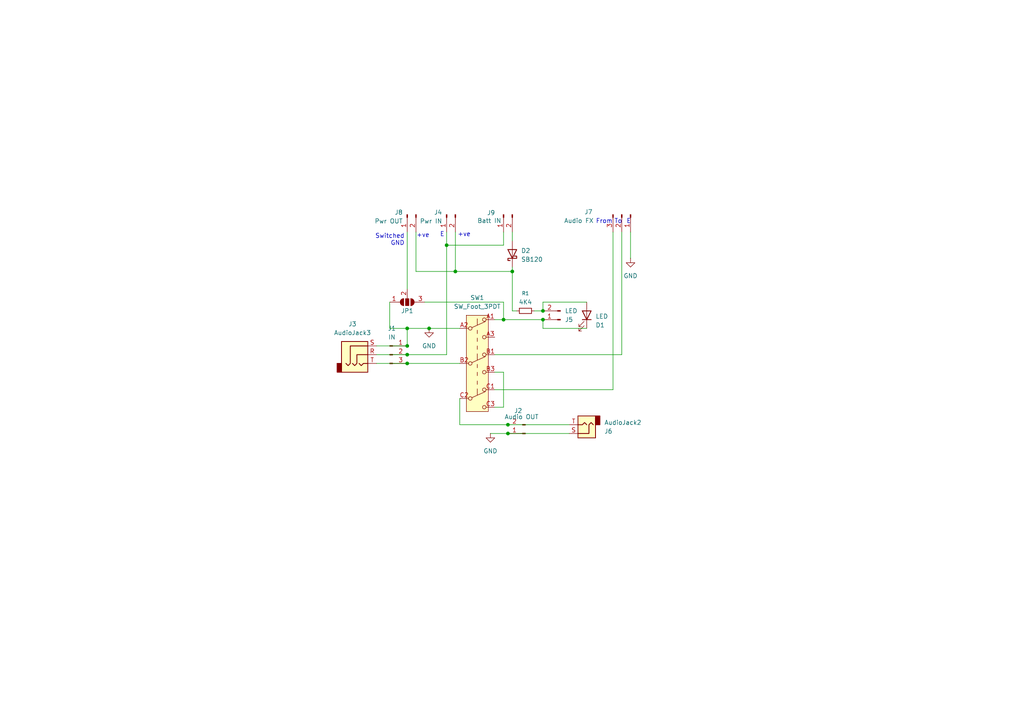
<source format=kicad_sch>
(kicad_sch (version 20250114) (generator "eeschema") (generator_version "9.0")
  (paper "A4")
  (title_block (title "Footswitch board") (date "2025-08-04") (rev "V1.3") (company "Andrew C R Martin") (comment 1 "V1.1 adds battery terminal") (comment 2 "V1.2 skipped") (comment 3 "V1.3 Corrected labelling of Fx connector"))
  (lib_symbols
    (symbol "Connector:Conn_01x02_Pin" (pin_names (offset 1.016) (hide yes))
      (property "Reference" "J" (at 0 2.54 0))
      (property "Value" "Conn_01x02_Pin" (at 0 -5.08 0))
      (symbol "Conn_01x02_Pin_1_1"
        (rectangle (start 0.8636 0.127) (end 0 -0.127) (stroke (width 0.1524)) (fill (type outline)))
        (rectangle (start 0.8636 -2.413) (end 0 -2.667) (stroke (width 0.1524)) (fill (type outline)))
        (polyline (pts (xy 1.27 0) (xy 0.8636 0)) (stroke (width 0.1524)))
        (polyline (pts (xy 1.27 -2.54) (xy 0.8636 -2.54)) (stroke (width 0.1524)))
        (pin passive line (at 5.08 0 180) (length 3.81) (name "Pin_1") (number "1"))
        (pin passive line (at 5.08 -2.54 180) (length 3.81) (name "Pin_2") (number "2"))
      )
    )
    (symbol "Connector:Conn_01x03_Pin" (pin_names (offset 1.016) (hide yes))
      (property "Reference" "J" (at 0 5.08 0))
      (property "Value" "Conn_01x03_Pin" (at 0 -5.08 0))
      (symbol "Conn_01x03_Pin_1_1"
        (rectangle (start 0.8636 2.667) (end 0 2.413) (stroke (width 0.1524)) (fill (type outline)))
        (rectangle (start 0.8636 0.127) (end 0 -0.127) (stroke (width 0.1524)) (fill (type outline)))
        (rectangle (start 0.8636 -2.413) (end 0 -2.667) (stroke (width 0.1524)) (fill (type outline)))
        (polyline (pts (xy 1.27 2.54) (xy 0.8636 2.54)) (stroke (width 0.1524)))
        (polyline (pts (xy 1.27 0) (xy 0.8636 0)) (stroke (width 0.1524)))
        (polyline (pts (xy 1.27 -2.54) (xy 0.8636 -2.54)) (stroke (width 0.1524)))
        (pin passive line (at 5.08 2.54 180) (length 3.81) (name "Pin_1") (number "1"))
        (pin passive line (at 5.08 0 180) (length 3.81) (name "Pin_2") (number "2"))
        (pin passive line (at 5.08 -2.54 180) (length 3.81) (name "Pin_3") (number "3"))
      )
    )
    (symbol "Connector_Audio:AudioJack2"
      (property "Reference" "J" (at 0 8.89 0))
      (property "Value" "AudioJack2" (at 0 6.35 0))
      (symbol "AudioJack2_0_1"
        (rectangle (start -3.81 0) (end -2.54 -2.54) (stroke (width 0.254)) (fill (type outline)))
        (rectangle (start -2.54 3.81) (end 2.54 -2.54) (stroke (width 0.254)) (fill (type background)))
        (polyline (pts (xy 0 0) (xy 0.635 -0.635) (xy 1.27 0) (xy 2.54 0)) (stroke (width 0.254)))
        (polyline (pts (xy 2.54 2.54) (xy -0.635 2.54) (xy -0.635 0) (xy -1.27 -0.635) (xy -1.905 0)) (stroke (width 0.254)))
      )
      (symbol "AudioJack2_1_1"
        (pin passive line (at 5.08 2.54 180) (length 2.54) (name "~") (number "S"))
        (pin passive line (at 5.08 0 180) (length 2.54) (name "~") (number "T"))
      )
    )
    (symbol "Connector_Audio:AudioJack3"
      (property "Reference" "J" (at 0 8.89 0))
      (property "Value" "AudioJack3" (at 0 6.35 0))
      (symbol "AudioJack3_0_1"
        (rectangle (start -5.08 -5.08) (end -6.35 -2.54) (stroke (width 0.254)) (fill (type outline)))
        (polyline (pts (xy -1.905 -2.54) (xy -1.27 -3.175) (xy -0.635 -2.54) (xy -0.635 0) (xy 2.54 0)) (stroke (width 0.254)))
        (polyline (pts (xy 0 -2.54) (xy 0.635 -3.175) (xy 1.27 -2.54) (xy 2.54 -2.54)) (stroke (width 0.254)))
        (rectangle (start 2.54 3.81) (end -5.08 -5.08) (stroke (width 0.254)) (fill (type background)))
        (polyline (pts (xy 2.54 2.54) (xy -2.54 2.54) (xy -2.54 -2.54) (xy -3.175 -3.175) (xy -3.81 -2.54)) (stroke (width 0.254)))
      )
      (symbol "AudioJack3_1_1"
        (pin passive line (at 5.08 2.54 180) (length 2.54) (name "~") (number "S"))
        (pin passive line (at 5.08 0 180) (length 2.54) (name "~") (number "R"))
        (pin passive line (at 5.08 -2.54 180) (length 2.54) (name "~") (number "T"))
      )
    )
    (symbol "Device:LED" (pin_numbers (hide yes)) (pin_names (offset 1.016) (hide yes))
      (property "Reference" "D" (at 0 2.54 0))
      (property "Value" "LED" (at 0 -2.54 0))
      (symbol "LED_0_1"
        (polyline (pts (xy -3.048 -0.762) (xy -4.572 -2.286) (xy -3.81 -2.286) (xy -4.572 -2.286) (xy -4.572 -1.524)))
        (polyline (pts (xy -1.778 -0.762) (xy -3.302 -2.286) (xy -2.54 -2.286) (xy -3.302 -2.286) (xy -3.302 -1.524)))
        (polyline (pts (xy -1.27 0) (xy 1.27 0)))
        (polyline (pts (xy -1.27 -1.27) (xy -1.27 1.27)) (stroke (width 0.254)))
        (polyline (pts (xy 1.27 -1.27) (xy 1.27 1.27) (xy -1.27 0) (xy 1.27 -1.27)) (stroke (width 0.254)))
      )
      (symbol "LED_1_1"
        (pin passive line (at -3.81 0 0) (length 2.54) (name "K") (number "1"))
        (pin passive line (at 3.81 0 180) (length 2.54) (name "A") (number "2"))
      )
    )
    (symbol "Device:R_Small" (pin_numbers (hide yes)) (pin_names (offset 0.254) (hide yes))
      (property "Reference" "R" (at 0 0 90))
      (property "Value" "R_Small" (at 1.778 0 90))
      (symbol "R_Small_0_1"
        (rectangle (start -0.762 1.778) (end 0.762 -1.778) (stroke (width 0.2032)))
      )
      (symbol "R_Small_1_1"
        (pin passive line (at 0 2.54 270) (length 0.762) (name "~") (number "1"))
        (pin passive line (at 0 -2.54 90) (length 0.762) (name "~") (number "2"))
      )
    )
    (symbol "Diode:SB120" (pin_numbers (hide yes)) (pin_names (offset 1.016) (hide yes))
      (property "Reference" "D" (at 0 2.54 0))
      (property "Value" "SB120" (at 0 -2.54 0))
      (symbol "SB120_0_1"
        (polyline (pts (xy -1.905 0.635) (xy -1.905 1.27) (xy -1.27 1.27) (xy -1.27 -1.27) (xy -0.635 -1.27) (xy -0.635 -0.635)) (stroke (width 0.254)))
        (polyline (pts (xy 1.27 1.27) (xy 1.27 -1.27) (xy -1.27 0) (xy 1.27 1.27)) (stroke (width 0.254)))
        (polyline (pts (xy 1.27 0) (xy -1.27 0)))
      )
      (symbol "SB120_1_1"
        (pin passive line (at -3.81 0 0) (length 2.54) (name "K") (number "1"))
        (pin passive line (at 3.81 0 180) (length 2.54) (name "A") (number "2"))
      )
    )
    (symbol "FS:SW_Foot_3PDT" (pin_names (offset 0) (hide yes))
      (property "Reference" "SW" (at 0 10.16 0))
      (property "Value" "SW_Foot_3PDT" (at -0.254 -20.828 0))
      (symbol "SW_Foot_3PDT_0_0"
        (circle (center -2.032 5.08) (radius 0.508))
        (circle (center -2.032 -5.08) (radius 0.508))
        (circle (center -2.032 -15.24) (radius 0.508))
        (circle (center 2.032 2.54) (radius 0.508))
        (circle (center 2.032 -7.62) (radius 0.508))
        (circle (center 2.032 -17.78) (radius 0.508))
      )
      (symbol "SW_Foot_3PDT_0_1"
        (polyline (pts (xy -1.524 5.334) (xy 2.3368 7.0612)))
        (polyline (pts (xy -1.524 -4.826) (xy 2.3368 -3.0988)))
        (polyline (pts (xy -1.524 -14.986) (xy 2.3368 -13.2588)))
        (polyline (pts (xy 0 7.874) (xy 0 6.096)))
        (polyline (pts (xy 0 3.556) (xy 0 4.572)))
        (polyline (pts (xy 0 1.27) (xy 0 2.286)))
        (polyline (pts (xy 0 -1.016) (xy 0 0)))
        (polyline (pts (xy 0 -2.286) (xy 0 -4.064)))
        (polyline (pts (xy 0 -6.35) (xy 0 -5.334)))
        (polyline (pts (xy 0 -8.636) (xy 0 -7.62)))
        (polyline (pts (xy 0 -11.176) (xy 0 -10.16)))
        (polyline (pts (xy 0 -12.446) (xy 0 -14.224)))
        (circle (center 2.032 7.62) (radius 0.508))
        (circle (center 2.032 -2.54) (radius 0.508))
        (circle (center 2.032 -12.7) (radius 0.508))
      )
      (symbol "SW_Foot_3PDT_1_1"
        (rectangle (start -3.175 8.89) (end 3.175 -19.05) (fill (type background)))
        (pin passive line (at -5.08 5.08 0) (length 2.54) (name "B") (number "A2"))
        (pin passive line (at -5.08 -5.08 0) (length 2.54) (name "B") (number "B2"))
        (pin passive line (at -5.08 -15.24 0) (length 2.54) (name "B") (number "C2"))
        (pin passive line (at 5.08 7.62 180) (length 2.54) (name "A") (number "A1"))
        (pin passive line (at 5.08 2.54 180) (length 2.54) (name "C") (number "A3"))
        (pin passive line (at 5.08 -2.54 180) (length 2.54) (name "A") (number "B1"))
        (pin passive line (at 5.08 -7.62 180) (length 2.54) (name "C") (number "B3"))
        (pin passive line (at 5.08 -12.7 180) (length 2.54) (name "A") (number "C1"))
        (pin passive line (at 5.08 -17.78 180) (length 2.54) (name "C") (number "C3"))
      )
    )
    (symbol "Jumper:SolderJumper_3_Open" (pin_names (offset 0) (hide yes)) (exclude_from_sim yes) (in_bom no)
      (property "Reference" "JP" (at -2.54 -2.54 0))
      (property "Value" "SolderJumper_3_Open" (at 0 2.794 0))
      (symbol "SolderJumper_3_Open_0_1"
        (polyline (pts (xy -2.54 0) (xy -2.032 0)))
        (polyline (pts (xy -1.016 1.016) (xy -1.016 -1.016)))
        (arc (start -1.016 -1.016) (mid -2.0276 0) (end -1.016 1.016))
        (arc (start -1.016 -1.016) (mid -2.0276 0) (end -1.016 1.016) (fill (type outline)))
        (rectangle (start -0.508 1.016) (end 0.508 -1.016) (fill (type outline)))
        (polyline (pts (xy 0 -1.27) (xy 0 -1.016)))
        (arc (start 1.016 1.016) (mid 2.0276 0) (end 1.016 -1.016))
        (arc (start 1.016 1.016) (mid 2.0276 0) (end 1.016 -1.016) (fill (type outline)))
        (polyline (pts (xy 1.016 1.016) (xy 1.016 -1.016)))
        (polyline (pts (xy 2.54 0) (xy 2.032 0)))
      )
      (symbol "SolderJumper_3_Open_1_1"
        (pin passive line (at -5.08 0 0) (length 2.54) (name "A") (number "1"))
        (pin passive line (at 0 -3.81 90) (length 2.54) (name "C") (number "2"))
        (pin passive line (at 5.08 0 180) (length 2.54) (name "B") (number "3"))
      )
    )
    (symbol "power:GND" (power) (pin_numbers (hide yes)) (pin_names (offset 0) (hide yes))
      (property "Value" "GND" (at 0 -3.81 0))
      (symbol "GND_0_1"
        (polyline (pts (xy 0 0) (xy 0 -1.27) (xy 1.27 -1.27) (xy 0 -2.54) (xy -1.27 -1.27) (xy 0 -1.27)))
      )
      (symbol "GND_1_1"
        (pin power_in line (at 0 0 270) (length 0) (name "~") (number "1"))
      )
    )
  )
  (text "+ve" (at 122.682 68.326 0) (effects (font (size 1.27 1.27))))
  (text "E" (at 182.372 64.262 0) (effects (font (size 1.27 1.27))))
  (text "Switched\nGND" (at 117.348 69.596 0) (effects (font (size 1.27 1.27)) (justify right)))
  (text "E" (at 128.27 68.072 0) (effects (font (size 1.27 1.27))))
  (text "+ve" (at 134.62 68.072 0) (effects (font (size 1.27 1.27))))
  (text "From" (at 175.26 64.262 0) (effects (font (size 1.27 1.27))))
  (text "To" (at 179.324 64.262 0) (effects (font (size 1.27 1.27))))
  (junction (at 147.32 123.19))
  (junction (at 129.54 71.12))
  (junction (at 132.08 78.74))
  (junction (at 147.32 125.73))
  (junction (at 124.46 95.25))
  (junction (at 146.05 92.71))
  (junction (at 118.11 95.25))
  (junction (at 157.48 90.17))
  (junction (at 157.48 92.71))
  (junction (at 118.11 105.41))
  (junction (at 148.59 78.74))
  (junction (at 118.11 100.33))
  (junction (at 118.11 102.87))
  (wire (pts (xy 146.05 118.11) (xy 143.51 118.11)))
  (wire (pts (xy 129.54 71.12) (xy 129.54 102.87)))
  (wire (pts (xy 147.32 125.73) (xy 165.1 125.73)))
  (wire (pts (xy 177.8 67.31) (xy 177.8 113.03)))
  (wire (pts (xy 154.94 90.17) (xy 157.48 90.17)))
  (wire (pts (xy 182.88 67.31) (xy 182.88 74.93)))
  (wire (pts (xy 129.54 102.87) (xy 118.11 102.87)))
  (wire (pts (xy 157.48 92.71) (xy 157.48 95.25)))
  (wire (pts (xy 109.22 100.33) (xy 118.11 100.33)))
  (wire (pts (xy 142.24 125.73) (xy 147.32 125.73)))
  (wire (pts (xy 118.11 95.25) (xy 118.11 100.33)))
  (wire (pts (xy 120.65 78.74) (xy 132.08 78.74)))
  (wire (pts (xy 147.32 123.19) (xy 165.1 123.19)))
  (wire (pts (xy 146.05 107.95) (xy 146.05 118.11)))
  (wire (pts (xy 143.51 102.87) (xy 180.34 102.87)))
  (wire (pts (xy 118.11 105.41) (xy 133.35 105.41)))
  (wire (pts (xy 132.08 78.74) (xy 148.59 78.74)))
  (wire (pts (xy 118.11 95.25) (xy 124.46 95.25)))
  (wire (pts (xy 146.05 87.63) (xy 146.05 92.71)))
  (wire (pts (xy 120.65 67.31) (xy 120.65 78.74)))
  (wire (pts (xy 109.22 105.41) (xy 118.11 105.41)))
  (wire (pts (xy 124.46 95.25) (xy 133.35 95.25)))
  (wire (pts (xy 143.51 107.95) (xy 146.05 107.95)))
  (wire (pts (xy 118.11 67.31) (xy 118.11 83.82)))
  (wire (pts (xy 129.54 67.31) (xy 129.54 71.12)))
  (wire (pts (xy 123.19 87.63) (xy 146.05 87.63)))
  (wire (pts (xy 157.48 95.25) (xy 170.18 95.25)))
  (wire (pts (xy 157.48 87.63) (xy 170.18 87.63)))
  (wire (pts (xy 132.08 67.31) (xy 132.08 78.74)))
  (wire (pts (xy 146.05 67.31) (xy 146.05 71.12)))
  (wire (pts (xy 113.03 87.63) (xy 113.03 95.25)))
  (wire (pts (xy 148.59 67.31) (xy 148.59 69.85)))
  (wire (pts (xy 146.05 92.71) (xy 157.48 92.71)))
  (wire (pts (xy 113.03 95.25) (xy 118.11 95.25)))
  (wire (pts (xy 146.05 71.12) (xy 129.54 71.12)))
  (wire (pts (xy 143.51 92.71) (xy 146.05 92.71)))
  (wire (pts (xy 133.35 123.19) (xy 147.32 123.19)))
  (wire (pts (xy 157.48 90.17) (xy 157.48 87.63)))
  (wire (pts (xy 133.35 123.19) (xy 133.35 115.57)))
  (wire (pts (xy 148.59 90.17) (xy 149.86 90.17)))
  (wire (pts (xy 148.59 78.74) (xy 148.59 77.47)))
  (wire (pts (xy 109.22 102.87) (xy 118.11 102.87)))
  (wire (pts (xy 180.34 67.31) (xy 180.34 102.87)))
  (wire (pts (xy 148.59 78.74) (xy 148.59 90.17)))
  (wire (pts (xy 143.51 113.03) (xy 177.8 113.03)))
  (symbol (lib_id "Connector:Conn_01x02_Pin") (at 118.11 62.23 90) (mirror x) (unit 1)
    (property "Reference" "J8" (at 116.84 61.5949 90) (effects (justify left)))
    (property "Value" "Pwr OUT" (at 116.84 64.1349 90) (effects (justify left)))
    (property "Footprint" "Connector_Molex:Molex_KK-254_AE-6410-02A_1x02_P2.54mm_Vertical" (effects (hide yes)))
    (property "Description" "Generic connector, single row, 01x02, script generated" (effects (hide yes)))
  )
  (symbol (lib_id "Connector:Conn_01x02_Pin") (at 152.4 125.73 180) (unit 1)
    (property "Reference" "J2" (at 149.098 119.126 0) (effects (justify right)))
    (property "Value" "Audio OUT" (at 146.304 120.904 0) (effects (justify right)))
    (property "Footprint" "Connector_Molex:Molex_KK-254_AE-6410-02A_1x02_P2.54mm_Vertical" (effects (hide yes)))
    (property "Description" "Generic connector, single row, 01x02, script generated" (effects (hide yes)))
  )
  (symbol (lib_id "Connector:Conn_01x03_Pin") (at 180.34 62.23 270) (unit 1)
    (property "Reference" "J7" (at 170.688 61.468 90))
    (property "Value" "Audio FX" (at 167.894 64.008 90))
    (property "Footprint" "Connector_Molex:Molex_KK-254_AE-6410-03A_1x03_P2.54mm_Vertical" (effects (hide yes)))
    (property "Description" "Generic connector, single row, 01x03, script generated" (effects (hide yes)))
  )
  (symbol (lib_id "Connector_Audio:AudioJack2") (at 170.18 123.19 180) (unit 1) (on_board no)
    (property "Reference" "J6" (at 175.26 125.0951 0) (effects (justify right)))
    (property "Value" "AudioJack2" (at 175.26 122.5551 0) (effects (justify right)))
    (property "Description" "Audio Jack, 2 Poles (Mono / TS)" (effects (hide yes)))
  )
  (symbol (lib_id "Connector:Conn_01x03_Pin") (at 113.03 102.87 0) (unit 1)
    (property "Reference" "J1" (at 113.665 95.25 0))
    (property "Value" "IN" (at 113.665 97.79 0))
    (property "Footprint" "Connector_Molex:Molex_KK-254_AE-6410-03A_1x03_P2.54mm_Vertical" (effects (hide yes)))
    (property "Description" "Generic connector, single row, 01x03, script generated" (effects (hide yes)))
  )
  (symbol (lib_id "Device:LED") (at 170.18 91.44 270) (mirror x) (unit 1) (on_board no)
    (property "Reference" "D1" (at 172.72 94.2976 90) (effects (justify left)))
    (property "Value" "LED" (at 172.72 91.7576 90) (effects (justify left)))
    (property "Description" "Light emitting diode" (effects (hide yes)))
    (property "Sim.Pins" "1=K 2=A" (effects (hide yes)))
  )
  (symbol (lib_id "Connector_Audio:AudioJack3") (at 104.14 102.87 0) (unit 1) (on_board no)
    (property "Reference" "J3" (at 102.235 93.98 0))
    (property "Value" "AudioJack3" (at 102.235 96.52 0))
    (property "Description" "Audio Jack, 3 Poles (Stereo / TRS)" (effects (hide yes)))
  )
  (symbol (lib_id "Connector:Conn_01x02_Pin") (at 146.05 62.23 90) (mirror x) (unit 1)
    (property "Reference" "J9" (at 141.224 61.722 90) (effects (justify right)))
    (property "Value" "Batt IN" (at 138.43 64.008 90) (effects (justify right)))
    (property "Footprint" "Connector_Molex:Molex_KK-254_AE-6410-02A_1x02_P2.54mm_Vertical" (effects (hide yes)))
    (property "Description" "Generic connector, single row, 01x02, script generated" (effects (hide yes)))
  )
  (symbol (lib_id "FS:SW_Foot_3PDT") (at 138.43 100.33 0) (unit 1)
    (property "Reference" "SW1" (at 138.43 86.36 0))
    (property "Value" "SW_Foot_3PDT" (at 138.43 88.9 0))
    (property "Footprint" "ACRM:3PDT_FS" (effects (hide yes)))
    (property "Description" "Latching Switch, triple pole double throw" (effects (hide yes)))
  )
  (symbol (lib_id "power:GND") (at 124.46 95.25 0) (unit 1)
    (property "Reference" "#PWR01" (effects (hide yes)))
    (property "Value" "GND" (at 124.46 100.33 0))
    (property "Description" "Power symbol creates a global label with name \"GND\" , ground" (effects (hide yes)))
  )
  (symbol (lib_id "power:GND") (at 142.24 125.73 0) (unit 1)
    (property "Reference" "#PWR02" (effects (hide yes)))
    (property "Value" "GND" (at 142.24 130.81 0))
    (property "Description" "Power symbol creates a global label with name \"GND\" , ground" (effects (hide yes)))
  )
  (symbol (lib_id "Diode:SB120") (at 148.59 73.66 90) (unit 1)
    (property "Reference" "D2" (at 151.13 72.7074 90) (effects (justify right)))
    (property "Value" "SB120" (at 151.13 75.2474 90) (effects (justify right)))
    (property "Footprint" "Diode_THT:D_DO-41_SOD81_P2.54mm_Vertical_AnodeUp" (effects (hide yes)))
    (property "Datasheet" "http://www.diodes.com/_files/datasheets/ds23022.pdf" (effects (hide yes)))
    (property "Description" "20V 1A Schottky Barrier Rectifier Diode, DO-41" (effects (hide yes)))
  )
  (symbol (lib_id "Jumper:SolderJumper_3_Open") (at 118.11 87.63 0) (mirror x) (unit 1) (exclude_from_sim yes) (in_bom no)
    (property "Reference" "JP1" (at 118.11 90.17 0))
    (property "Value" "SolderJumper_3_Open" (effects (hide yes)))
    (property "Footprint" "Jumper:SolderJumper-3_P1.3mm_Open_Pad1.0x1.5mm" (effects (hide yes)))
    (property "Description" "Solder Jumper, 3-pole, open" (effects (hide yes)))
  )
  (symbol (lib_id "Connector:Conn_01x02_Pin") (at 129.54 62.23 90) (mirror x) (unit 1)
    (property "Reference" "J4" (at 128.27 61.5949 90) (effects (justify left)))
    (property "Value" "Pwr IN" (at 128.27 64.1349 90) (effects (justify left)))
    (property "Footprint" "Connector_Molex:Molex_KK-254_AE-6410-02A_1x02_P2.54mm_Vertical" (effects (hide yes)))
    (property "Description" "Generic connector, single row, 01x02, script generated" (effects (hide yes)))
  )
  (symbol (lib_id "Device:R_Small") (at 152.4 90.17 90) (unit 1)
    (property "Reference" "R1" (at 152.4 85.09 90) (effects (font (size 1.016 1.016))))
    (property "Value" "4K4" (at 152.4 87.63 90))
    (property "Footprint" "Resistor_THT:R_Axial_DIN0207_L6.3mm_D2.5mm_P2.54mm_Vertical" (effects (hide yes)))
    (property "Description" "Resistor, small symbol" (effects (hide yes)))
  )
  (symbol (lib_id "power:GND") (at 182.88 74.93 0) (unit 1)
    (property "Reference" "#PWR04" (effects (hide yes)))
    (property "Value" "GND" (at 182.88 80.01 0))
    (property "Description" "Power symbol creates a global label with name \"GND\" , ground" (effects (hide yes)))
  )
  (symbol (lib_id "Connector:Conn_01x02_Pin") (at 162.56 92.71 180) (unit 1)
    (property "Reference" "J5" (at 163.83 92.7101 0) (effects (justify right)))
    (property "Value" "LED" (at 163.83 90.1701 0) (effects (justify right)))
    (property "Footprint" "Connector_Molex:Molex_KK-254_AE-6410-02A_1x02_P2.54mm_Vertical" (effects (hide yes)))
    (property "Description" "Generic connector, single row, 01x02, script generated" (effects (hide yes)))
  )
)
</source>
